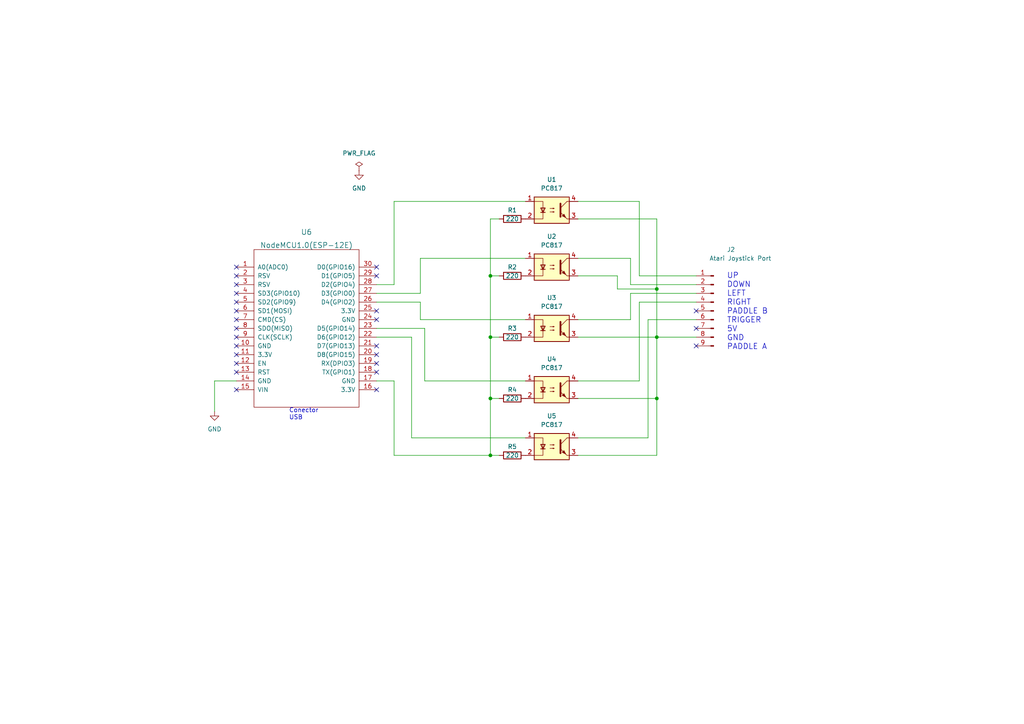
<source format=kicad_sch>
(kicad_sch (version 20211123) (generator eeschema)
  (paper "A4")
  (lib_symbols
    (symbol "Connector:Conn_01x09_Male" (pin_names (offset 1.016) hide)
      (property "Reference" "J" (at 0 12.7 0))
      (property "Value" "Conn_01x09_Male" (at 0 -12.7 0))
      (symbol "Conn_01x09_Male_1_1"
        (polyline (pts (xy 1.27 -10.16) (xy 0.8636 -10.16)) (stroke (width 0.1524)))
        (polyline (pts (xy 1.27 -7.62) (xy 0.8636 -7.62)) (stroke (width 0.1524)))
        (polyline (pts (xy 1.27 -5.08) (xy 0.8636 -5.08)) (stroke (width 0.1524)))
        (polyline (pts (xy 1.27 -2.54) (xy 0.8636 -2.54)) (stroke (width 0.1524)))
        (polyline (pts (xy 1.27 0) (xy 0.8636 0)) (stroke (width 0.1524)))
        (polyline (pts (xy 1.27 2.54) (xy 0.8636 2.54)) (stroke (width 0.1524)))
        (polyline (pts (xy 1.27 5.08) (xy 0.8636 5.08)) (stroke (width 0.1524)))
        (polyline (pts (xy 1.27 7.62) (xy 0.8636 7.62)) (stroke (width 0.1524)))
        (polyline (pts (xy 1.27 10.16) (xy 0.8636 10.16)) (stroke (width 0.1524)))
        (rectangle (start 0.8636 -10.033) (end 0 -10.287) (stroke (width 0.1524)) (fill (type outline)))
        (rectangle (start 0.8636 -7.493) (end 0 -7.747) (stroke (width 0.1524)) (fill (type outline)))
        (rectangle (start 0.8636 -4.953) (end 0 -5.207) (stroke (width 0.1524)) (fill (type outline)))
        (rectangle (start 0.8636 -2.413) (end 0 -2.667) (stroke (width 0.1524)) (fill (type outline)))
        (rectangle (start 0.8636 0.127) (end 0 -0.127) (stroke (width 0.1524)) (fill (type outline)))
        (rectangle (start 0.8636 2.667) (end 0 2.413) (stroke (width 0.1524)) (fill (type outline)))
        (rectangle (start 0.8636 5.207) (end 0 4.953) (stroke (width 0.1524)) (fill (type outline)))
        (rectangle (start 0.8636 7.747) (end 0 7.493) (stroke (width 0.1524)) (fill (type outline)))
        (rectangle (start 0.8636 10.287) (end 0 10.033) (stroke (width 0.1524)) (fill (type outline)))
        (pin passive line (at 5.08 10.16 180) (length 3.81) (name "Pin_1") (number "1"))
        (pin passive line (at 5.08 7.62 180) (length 3.81) (name "Pin_2") (number "2"))
        (pin passive line (at 5.08 5.08 180) (length 3.81) (name "Pin_3") (number "3"))
        (pin passive line (at 5.08 2.54 180) (length 3.81) (name "Pin_4") (number "4"))
        (pin passive line (at 5.08 0 180) (length 3.81) (name "Pin_5") (number "5"))
        (pin passive line (at 5.08 -2.54 180) (length 3.81) (name "Pin_6") (number "6"))
        (pin passive line (at 5.08 -5.08 180) (length 3.81) (name "Pin_7") (number "7"))
        (pin passive line (at 5.08 -7.62 180) (length 3.81) (name "Pin_8") (number "8"))
        (pin passive line (at 5.08 -10.16 180) (length 3.81) (name "Pin_9") (number "9"))
      )
    )
    (symbol "Device:R" (pin_numbers hide) (pin_names (offset 0))
      (property "Reference" "R" (at 2.032 0 90))
      (property "Value" "R" (at 0 0 90))
      (symbol "R_0_1"
        (rectangle (start -1.016 -2.54) (end 1.016 2.54) (stroke (width 0.254)))
      )
      (symbol "R_1_1"
        (pin passive line (at 0 3.81 270) (length 1.27) (name "~") (number "1"))
        (pin passive line (at 0 -3.81 90) (length 1.27) (name "~") (number "2"))
      )
    )
    (symbol "ESP8266:NodeMCU1.0(ESP-12E)" (pin_names (offset 1.016))
      (property "Reference" "U" (at 0 21.59 0))
      (property "Value" "NodeMCU1.0(ESP-12E)" (at 0 -21.59 0))
      (symbol "NodeMCU1.0(ESP-12E)_0_1"
        (rectangle (start -15.24 -22.86) (end 15.24 22.86))
      )
      (symbol "NodeMCU1.0(ESP-12E)_1_1"
        (pin input line (at -20.32 17.78 0) (length 5.08) (name "A0(ADC0)") (number "1"))
        (pin input line (at -20.32 -5.08 0) (length 5.08) (name "GND") (number "10"))
        (pin input line (at -20.32 -7.62 0) (length 5.08) (name "3.3V") (number "11"))
        (pin input line (at -20.32 -10.16 0) (length 5.08) (name "EN") (number "12"))
        (pin input line (at -20.32 -12.7 0) (length 5.08) (name "RST") (number "13"))
        (pin input line (at -20.32 -15.24 0) (length 5.08) (name "GND") (number "14"))
        (pin input line (at -20.32 -17.78 0) (length 5.08) (name "VIN") (number "15"))
        (pin input line (at 20.32 -17.78 180) (length 5.08) (name "3.3V") (number "16"))
        (pin input line (at 20.32 -15.24 180) (length 5.08) (name "GND") (number "17"))
        (pin input line (at 20.32 -12.7 180) (length 5.08) (name "TX(GPIO1)") (number "18"))
        (pin input line (at 20.32 -10.16 180) (length 5.08) (name "RX(DPIO3)") (number "19"))
        (pin input line (at -20.32 15.24 0) (length 5.08) (name "RSV") (number "2"))
        (pin input line (at 20.32 -7.62 180) (length 5.08) (name "D8(GPIO15)") (number "20"))
        (pin input line (at 20.32 -5.08 180) (length 5.08) (name "D7(GPIO13)") (number "21"))
        (pin input line (at 20.32 -2.54 180) (length 5.08) (name "D6(GPIO12)") (number "22"))
        (pin input line (at 20.32 0 180) (length 5.08) (name "D5(GPIO14)") (number "23"))
        (pin input line (at 20.32 2.54 180) (length 5.08) (name "GND") (number "24"))
        (pin input line (at 20.32 5.08 180) (length 5.08) (name "3.3V") (number "25"))
        (pin input line (at 20.32 7.62 180) (length 5.08) (name "D4(GPIO2)") (number "26"))
        (pin input line (at 20.32 10.16 180) (length 5.08) (name "D3(GPIO0)") (number "27"))
        (pin input line (at 20.32 12.7 180) (length 5.08) (name "D2(GPIO4)") (number "28"))
        (pin input line (at 20.32 15.24 180) (length 5.08) (name "D1(GPIO5)") (number "29"))
        (pin input line (at -20.32 12.7 0) (length 5.08) (name "RSV") (number "3"))
        (pin input line (at 20.32 17.78 180) (length 5.08) (name "D0(GPIO16)") (number "30"))
        (pin input line (at -20.32 10.16 0) (length 5.08) (name "SD3(GPIO10)") (number "4"))
        (pin input line (at -20.32 7.62 0) (length 5.08) (name "SD2(GPIO9)") (number "5"))
        (pin input line (at -20.32 5.08 0) (length 5.08) (name "SD1(MOSI)") (number "6"))
        (pin input line (at -20.32 2.54 0) (length 5.08) (name "CMD(CS)") (number "7"))
        (pin input line (at -20.32 0 0) (length 5.08) (name "SDO(MISO)") (number "8"))
        (pin input line (at -20.32 -2.54 0) (length 5.08) (name "CLK(SCLK)") (number "9"))
      )
    )
    (symbol "Isolator:PC817" (pin_names (offset 1.016))
      (property "Reference" "U" (at -5.08 5.08 0))
      (property "Value" "PC817" (at 0 5.08 0))
      (symbol "PC817_0_1"
        (rectangle (start -5.08 3.81) (end 5.08 -3.81) (stroke (width 0.254)) (fill (type background)))
        (polyline (pts (xy -3.175 -0.635) (xy -1.905 -0.635)) (stroke (width 0.254)))
        (polyline (pts (xy 2.54 0.635) (xy 4.445 2.54)))
        (polyline (pts (xy 4.445 -2.54) (xy 2.54 -0.635)) (fill (type outline)))
        (polyline (pts (xy 4.445 -2.54) (xy 5.08 -2.54)))
        (polyline (pts (xy 4.445 2.54) (xy 5.08 2.54)))
        (polyline (pts (xy -5.08 2.54) (xy -2.54 2.54) (xy -2.54 -0.635)))
        (polyline (pts (xy -2.54 -0.635) (xy -2.54 -2.54) (xy -5.08 -2.54)))
        (polyline (pts (xy 2.54 1.905) (xy 2.54 -1.905) (xy 2.54 -1.905)) (stroke (width 0.508)))
        (polyline (pts (xy -2.54 -0.635) (xy -3.175 0.635) (xy -1.905 0.635) (xy -2.54 -0.635)) (stroke (width 0.254)))
        (polyline (pts (xy -0.508 -0.508) (xy 0.762 -0.508) (xy 0.381 -0.635) (xy 0.381 -0.381) (xy 0.762 -0.508)))
        (polyline (pts (xy -0.508 0.508) (xy 0.762 0.508) (xy 0.381 0.381) (xy 0.381 0.635) (xy 0.762 0.508)))
        (polyline (pts (xy 3.048 -1.651) (xy 3.556 -1.143) (xy 4.064 -2.159) (xy 3.048 -1.651) (xy 3.048 -1.651)) (fill (type outline)))
      )
      (symbol "PC817_1_1"
        (pin passive line (at -7.62 2.54 0) (length 2.54) (name "~") (number "1"))
        (pin passive line (at -7.62 -2.54 0) (length 2.54) (name "~") (number "2"))
        (pin passive line (at 7.62 -2.54 180) (length 2.54) (name "~") (number "3"))
        (pin passive line (at 7.62 2.54 180) (length 2.54) (name "~") (number "4"))
      )
    )
    (symbol "power:GND" (power) (pin_names (offset 0))
      (property "Value" "GND" (at 0 -3.81 0))
      (symbol "GND_0_1"
        (polyline (pts (xy 0 0) (xy 0 -1.27) (xy 1.27 -1.27) (xy 0 -2.54) (xy -1.27 -1.27) (xy 0 -1.27)))
      )
      (symbol "GND_1_1"
        (pin power_in line (at 0 0 270) (length 0) hide (name "GND") (number "1"))
      )
    )
    (symbol "power:PWR_FLAG" (power) (pin_numbers hide) (pin_names (offset 0) hide)
      (property "Value" "PWR_FLAG" (at 0 3.81 0))
      (symbol "PWR_FLAG_0_0"
        (pin power_out line (at 0 0 90) (length 0) (name "pwr") (number "1"))
      )
      (symbol "PWR_FLAG_0_1"
        (polyline (pts (xy 0 0) (xy 0 1.27) (xy -1.016 1.905) (xy 0 2.54) (xy 1.016 1.905) (xy 0 1.27)))
      )
    )
  )
  (junction (at 190.5 115.57))
  (junction (at 142.24 115.57))
  (junction (at 142.24 97.79))
  (junction (at 190.5 83.82))
  (junction (at 142.24 132.08))
  (junction (at 142.24 80.01))
  (junction (at 190.5 97.79))
  (no_connect (at 68.58 90.17))
  (no_connect (at 109.22 77.47))
  (no_connect (at 109.22 107.95))
  (no_connect (at 68.58 87.63))
  (no_connect (at 68.58 82.55))
  (no_connect (at 68.58 92.71))
  (no_connect (at 109.22 105.41))
  (no_connect (at 68.58 100.33))
  (no_connect (at 109.22 80.01))
  (no_connect (at 68.58 105.41))
  (no_connect (at 109.22 113.03))
  (no_connect (at 68.58 102.87))
  (no_connect (at 109.22 90.17))
  (no_connect (at 201.93 95.25))
  (no_connect (at 68.58 97.79))
  (no_connect (at 68.58 85.09))
  (no_connect (at 68.58 107.95))
  (no_connect (at 109.22 100.33))
  (no_connect (at 109.22 102.87))
  (no_connect (at 68.58 113.03))
  (no_connect (at 109.22 92.71))
  (no_connect (at 201.93 90.17))
  (no_connect (at 68.58 80.01))
  (no_connect (at 68.58 95.25))
  (no_connect (at 68.58 77.47))
  (no_connect (at 201.93 100.33))
  (wire (pts (xy 114.3 132.08) (xy 142.24 132.08)))
  (wire (pts (xy 190.5 132.08) (xy 190.5 115.57)))
  (wire (pts (xy 167.64 115.57) (xy 190.5 115.57)))
  (wire (pts (xy 185.42 110.49) (xy 185.42 87.63)))
  (wire (pts (xy 190.5 63.5) (xy 190.5 83.82)))
  (wire (pts (xy 123.19 110.49) (xy 152.4 110.49)))
  (wire (pts (xy 109.22 97.79) (xy 119.38 97.79)))
  (wire (pts (xy 167.64 110.49) (xy 185.42 110.49)))
  (wire (pts (xy 185.42 58.42) (xy 185.42 80.01)))
  (wire (pts (xy 182.88 74.93) (xy 182.88 82.55)))
  (wire (pts (xy 144.78 63.5) (xy 142.24 63.5)))
  (wire (pts (xy 182.88 85.09) (xy 201.93 85.09)))
  (wire (pts (xy 142.24 80.01) (xy 144.78 80.01)))
  (wire (pts (xy 187.96 92.71) (xy 201.93 92.71)))
  (wire (pts (xy 109.22 82.55) (xy 114.3 82.55)))
  (wire (pts (xy 142.24 80.01) (xy 142.24 97.79)))
  (wire (pts (xy 114.3 110.49) (xy 114.3 132.08)))
  (wire (pts (xy 179.07 80.01) (xy 179.07 83.82)))
  (wire (pts (xy 182.88 82.55) (xy 201.93 82.55)))
  (wire (pts (xy 142.24 132.08) (xy 144.78 132.08)))
  (wire (pts (xy 142.24 115.57) (xy 144.78 115.57)))
  (wire (pts (xy 167.64 92.71) (xy 182.88 92.71)))
  (wire (pts (xy 109.22 95.25) (xy 123.19 95.25)))
  (wire (pts (xy 167.64 63.5) (xy 190.5 63.5)))
  (wire (pts (xy 190.5 97.79) (xy 201.93 97.79)))
  (wire (pts (xy 119.38 97.79) (xy 119.38 127)))
  (wire (pts (xy 109.22 85.09) (xy 121.92 85.09)))
  (wire (pts (xy 121.92 87.63) (xy 121.92 92.71)))
  (wire (pts (xy 182.88 92.71) (xy 182.88 85.09)))
  (wire (pts (xy 185.42 80.01) (xy 201.93 80.01)))
  (wire (pts (xy 68.58 110.49) (xy 62.23 110.49)))
  (wire (pts (xy 167.64 97.79) (xy 190.5 97.79)))
  (wire (pts (xy 167.64 58.42) (xy 185.42 58.42)))
  (wire (pts (xy 123.19 95.25) (xy 123.19 110.49)))
  (wire (pts (xy 187.96 127) (xy 187.96 92.71)))
  (wire (pts (xy 121.92 74.93) (xy 152.4 74.93)))
  (wire (pts (xy 185.42 87.63) (xy 201.93 87.63)))
  (wire (pts (xy 142.24 63.5) (xy 142.24 80.01)))
  (wire (pts (xy 142.24 97.79) (xy 142.24 115.57)))
  (wire (pts (xy 121.92 85.09) (xy 121.92 74.93)))
  (wire (pts (xy 167.64 80.01) (xy 179.07 80.01)))
  (wire (pts (xy 167.64 74.93) (xy 182.88 74.93)))
  (wire (pts (xy 142.24 97.79) (xy 144.78 97.79)))
  (wire (pts (xy 119.38 127) (xy 152.4 127)))
  (wire (pts (xy 114.3 58.42) (xy 152.4 58.42)))
  (wire (pts (xy 167.64 127) (xy 187.96 127)))
  (wire (pts (xy 190.5 83.82) (xy 190.5 97.79)))
  (wire (pts (xy 190.5 115.57) (xy 190.5 97.79)))
  (wire (pts (xy 142.24 115.57) (xy 142.24 132.08)))
  (wire (pts (xy 62.23 110.49) (xy 62.23 119.38)))
  (wire (pts (xy 121.92 92.71) (xy 152.4 92.71)))
  (wire (pts (xy 109.22 110.49) (xy 114.3 110.49)))
  (wire (pts (xy 109.22 87.63) (xy 121.92 87.63)))
  (wire (pts (xy 167.64 132.08) (xy 190.5 132.08)))
  (wire (pts (xy 114.3 82.55) (xy 114.3 58.42)))
  (wire (pts (xy 179.07 83.82) (xy 190.5 83.82)))
  (text "Conector\nUSB" (at 83.82 121.92 0) (effects (font (size 1.27 1.27)) (justify left bottom)))
  (text "UP\nDOWN\nLEFT\nRIGHT\nPADDLE B\nTRIGGER\n5V\nGND\nPADDLE A" (at 210.82 101.6 0) (effects (font (size 1.6 1.6)) (justify left bottom)))
  (symbol (lib_id "power:PWR_FLAG") (at 104.14 49.53 0) (unit 1)
    (property "Reference" "#FLG0101" (effects hide))
    (property "Value" "PWR_FLAG" (at 104.14 44.45 0))
  )
  (symbol (lib_id "Isolator:PC817") (at 160.02 113.03 0) (unit 1)
    (property "Reference" "U4" (at 160.02 104.14 0))
    (property "Value" "PC817" (at 160.02 106.68 0))
    (property "Footprint" "Package_DIP:DIP-4_W7.62mm" (effects hide))
    (property "Datasheet" "http://www.soselectronic.cz/a_info/resource/d/pc817.pdf" (effects hide))
  )
  (symbol (lib_id "power:GND") (at 62.23 119.38 0) (unit 1)
    (property "Reference" "#PWR01" (effects hide))
    (property "Value" "GND" (at 62.23 124.46 0))
  )
  (symbol (lib_id "Device:R") (at 148.59 132.08 90) (unit 1)
    (property "Reference" "R5" (at 148.59 129.54 90))
    (property "Value" "220" (at 148.59 132.08 90))
  )
  (symbol (lib_id "Device:R") (at 148.59 115.57 90) (unit 1)
    (property "Reference" "R4" (at 148.59 113.03 90))
    (property "Value" "220" (at 148.59 115.57 90))
  )
  (symbol (lib_id "Connector:Conn_01x09_Male") (at 207.01 90.17 0) (mirror y) (unit 1)
    (property "Reference" "J2" (at 210.82 72.39 0) (effects (justify right)))
    (property "Value" "Atari Joystick Port" (at 205.74 74.93 0) (effects (justify right)))
  )
  (symbol (lib_id "Isolator:PC817") (at 160.02 60.96 0) (unit 1)
    (property "Reference" "U1" (at 160.02 52.07 0))
    (property "Value" "PC817" (at 160.02 54.61 0))
    (property "Footprint" "Package_DIP:DIP-4_W7.62mm" (effects hide))
    (property "Datasheet" "http://www.soselectronic.cz/a_info/resource/d/pc817.pdf" (effects hide))
  )
  (symbol (lib_id "Isolator:PC817") (at 160.02 129.54 0) (unit 1)
    (property "Reference" "U5" (at 160.02 120.65 0))
    (property "Value" "PC817" (at 160.02 123.19 0))
    (property "Footprint" "Package_DIP:DIP-4_W7.62mm" (effects hide))
    (property "Datasheet" "http://www.soselectronic.cz/a_info/resource/d/pc817.pdf" (effects hide))
  )
  (symbol (lib_id "Device:R") (at 148.59 80.01 90) (unit 1)
    (property "Reference" "R2" (at 148.59 77.47 90))
    (property "Value" "220" (at 148.59 80.01 90))
  )
  (symbol (lib_id "Device:R") (at 148.59 63.5 90) (unit 1)
    (property "Reference" "R1" (at 148.59 60.96 90))
    (property "Value" "220" (at 148.59 63.5 90))
  )
  (symbol (lib_id "power:GND") (at 104.14 49.53 0) (unit 1)
    (property "Reference" "#PWR0104" (effects hide))
    (property "Value" "GND" (at 104.14 54.61 0))
  )
  (symbol (lib_id "Device:R") (at 148.59 97.79 90) (unit 1)
    (property "Reference" "R3" (at 148.59 95.25 90))
    (property "Value" "220" (at 148.59 97.79 90))
  )
  (symbol (lib_id "ESP8266:NodeMCU1.0(ESP-12E)") (at 88.9 95.25 0) (unit 1)
    (property "Reference" "U6" (at 88.9 67.31 0) (effects (font (size 1.524 1.524))))
    (property "Value" "NodeMCU1.0(ESP-12E)" (at 88.9 71.12 0) (effects (font (size 1.524 1.524))))
  )
  (symbol (lib_id "Isolator:PC817") (at 160.02 95.25 0) (unit 1)
    (property "Reference" "U3" (at 160.02 86.36 0))
    (property "Value" "PC817" (at 160.02 88.9 0))
    (property "Footprint" "Package_DIP:DIP-4_W7.62mm" (effects hide))
    (property "Datasheet" "http://www.soselectronic.cz/a_info/resource/d/pc817.pdf" (effects hide))
  )
  (symbol (lib_id "Isolator:PC817") (at 160.02 77.47 0) (unit 1)
    (property "Reference" "U2" (at 160.02 68.58 0))
    (property "Value" "PC817" (at 160.02 71.12 0))
    (property "Footprint" "Package_DIP:DIP-4_W7.62mm" (effects hide))
    (property "Datasheet" "http://www.soselectronic.cz/a_info/resource/d/pc817.pdf" (effects hide))
  )
)
</source>
